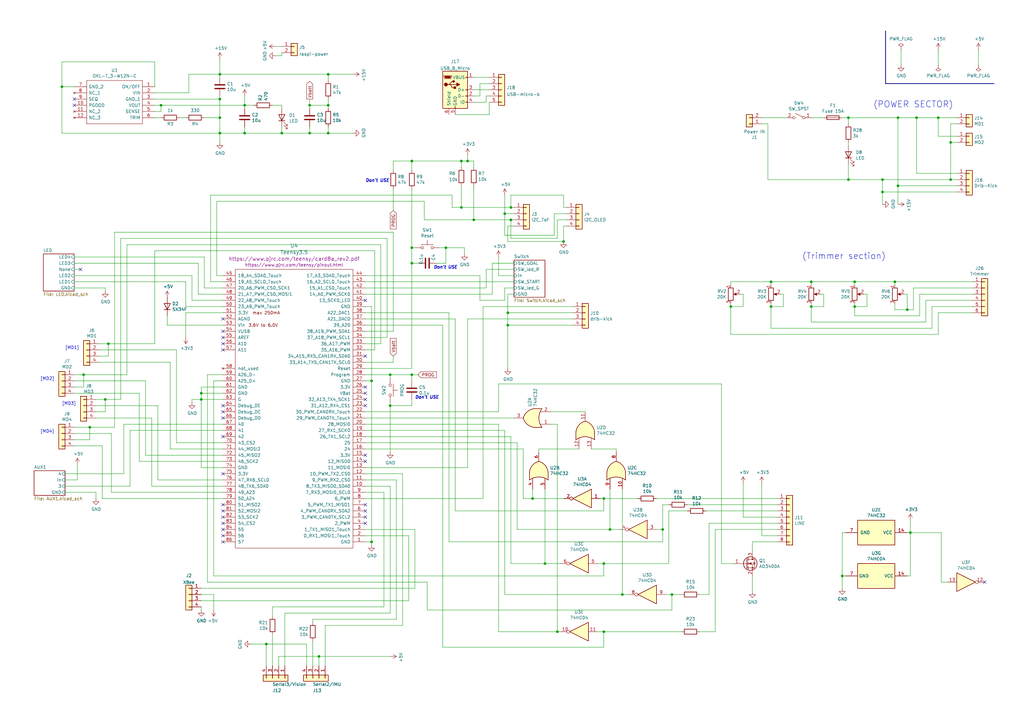
<source format=kicad_sch>
(kicad_sch (version 20211123) (generator eeschema)
  (paper "A3")
  (title_block (title "main board") (date "2022-01-02") (rev "V2.1") (company "Saeki.A"))
  (junction (at 90.17 40.64))
  (junction (at 332.74 125.73))
  (junction (at 43.18 163.83))
  (junction (at 228.6 259.08))
  (junction (at 384.81 48.26))
  (junction (at 271.78 217.17))
  (junction (at 372.11 127))
  (junction (at 209.55 90.17))
  (junction (at 361.95 78.74))
  (junction (at 250.19 217.17))
  (junction (at 209.55 85.09))
  (junction (at 168.91 107.95))
  (junction (at 82.55 161.29))
  (junction (at 82.55 163.83))
  (junction (at 168.91 66.04))
  (junction (at 66.04 43.18))
  (junction (at 275.59 243.84))
  (junction (at 247.65 259.08))
  (junction (at 247.65 231.14))
  (junction (at 368.3 76.2))
  (junction (at 134.62 54.61))
  (junction (at 299.72 125.73))
  (junction (at 134.62 43.18))
  (junction (at 134.62 30.48))
  (junction (at 152.4 222.25))
  (junction (at 191.77 66.04))
  (junction (at 375.92 48.26))
  (junction (at 389.89 58.42))
  (junction (at 208.28 133.35))
  (junction (at 332.74 115.57))
  (junction (at 361.95 73.66))
  (junction (at 207.01 87.63))
  (junction (at 115.57 54.61))
  (junction (at 208.28 128.27))
  (junction (at 100.33 54.61))
  (junction (at 255.27 243.84))
  (junction (at 218.44 204.47))
  (junction (at 345.44 236.22))
  (junction (at 373.38 218.44))
  (junction (at 368.3 48.26))
  (junction (at 316.23 115.57))
  (junction (at 130.81 269.24))
  (junction (at 247.65 204.47))
  (junction (at 231.14 99.06))
  (junction (at 168.91 153.67))
  (junction (at 223.52 231.14))
  (junction (at 160.02 153.67))
  (junction (at 34.29 153.67))
  (junction (at 109.22 264.16))
  (junction (at 44.45 140.97))
  (junction (at 168.91 101.6))
  (junction (at 100.33 43.18))
  (junction (at 367.03 115.57))
  (junction (at 189.23 66.04))
  (junction (at 90.17 30.48))
  (junction (at 350.52 115.57))
  (junction (at 189.23 85.09))
  (junction (at 194.31 90.17))
  (junction (at 152.4 156.21))
  (junction (at 389.89 73.66))
  (junction (at 127 54.61))
  (junction (at 160.02 166.37))
  (junction (at 90.17 54.61))
  (junction (at 316.23 125.73))
  (junction (at 347.98 73.66))
  (junction (at 25.4 35.56))
  (junction (at 350.52 125.73))
  (junction (at 347.98 48.26))
  (junction (at 90.17 48.26))
  (junction (at 36.83 175.26))
  (junction (at 182.88 101.6))
  (junction (at 127 43.18))
  (no_connect (at 30.48 40.64))
  (no_connect (at 149.86 158.75))
  (no_connect (at 91.44 212.09))
  (no_connect (at 91.44 166.37))
  (no_connect (at 91.44 140.97))
  (no_connect (at 91.44 209.55))
  (no_connect (at 403.86 238.76))
  (no_connect (at 149.86 207.01))
  (no_connect (at 149.86 163.83))
  (no_connect (at 91.44 171.45))
  (no_connect (at 91.44 214.63))
  (no_connect (at 149.86 123.19))
  (no_connect (at 91.44 222.25))
  (no_connect (at 149.86 166.37))
  (no_connect (at 91.44 207.01))
  (no_connect (at 91.44 138.43))
  (no_connect (at 91.44 130.81))
  (no_connect (at 149.86 161.29))
  (no_connect (at 149.86 146.05))
  (no_connect (at 33.02 110.49))
  (no_connect (at 149.86 186.69))
  (no_connect (at 91.44 217.17))
  (no_connect (at 149.86 189.23))
  (no_connect (at 91.44 168.91))
  (no_connect (at 91.44 135.89))
  (no_connect (at 149.86 212.09))
  (no_connect (at 149.86 214.63))
  (no_connect (at 91.44 179.07))
  (no_connect (at 91.44 194.31))
  (no_connect (at 91.44 143.51))
  (no_connect (at 91.44 219.71))
  (no_connect (at 30.48 43.18))
  (no_connect (at 149.86 209.55))
  (wire (pts (xy 254 217.17) (xy 250.19 217.17)))
  (wire (pts (xy 189.23 68.58) (xy 189.23 66.04)))
  (wire (pts (xy 25.4 35.56) (xy 25.4 54.61)))
  (wire (pts (xy 209.55 97.79) (xy 228.6 97.79)))
  (wire (pts (xy 149.86 115.57) (xy 210.82 115.57)))
  (wire (pts (xy 88.9 113.03) (xy 91.44 113.03)))
  (wire (pts (xy 30.48 115.57) (xy 76.2 115.57)))
  (wire (pts (xy 312.42 198.12) (xy 312.42 219.71)))
  (wire (pts (xy 90.17 24.13) (xy 90.17 30.48)))
  (wire (pts (xy 196.85 34.29) (xy 200.66 34.29)))
  (wire (pts (xy 398.78 118.11) (xy 374.65 118.11)))
  (wire (pts (xy 63.5 48.26) (xy 66.04 48.26)))
  (wire (pts (xy 43.18 163.83) (xy 49.53 163.83)))
  (wire (pts (xy 228.6 259.08) (xy 229.87 259.08)))
  (wire (pts (xy 242.57 184.15) (xy 252.73 184.15)))
  (wire (pts (xy 185.42 80.01) (xy 185.42 85.09)))
  (wire (pts (xy 355.6 120.65) (xy 355.6 125.73)))
  (wire (pts (xy 274.32 209.55) (xy 281.94 209.55)))
  (wire (pts (xy 81.28 107.95) (xy 81.28 120.65)))
  (wire (pts (xy 227.33 87.63) (xy 232.41 87.63)))
  (wire (pts (xy 161.29 95.25) (xy 161.29 135.89)))
  (wire (pts (xy 189.23 66.04) (xy 191.77 66.04)))
  (wire (pts (xy 82.55 163.83) (xy 78.74 163.83)))
  (wire (pts (xy 220.98 184.15) (xy 220.98 185.42)))
  (wire (pts (xy 312.42 50.8) (xy 314.96 50.8)))
  (wire (pts (xy 274.32 209.55) (xy 274.32 231.14)))
  (wire (pts (xy 207.01 118.11) (xy 210.82 118.11)))
  (wire (pts (xy 109.22 273.05) (xy 109.22 264.16)))
  (wire (pts (xy 134.62 30.48) (xy 144.78 30.48)))
  (wire (pts (xy 209.55 231.14) (xy 223.52 231.14)))
  (wire (pts (xy 149.86 181.61) (xy 212.09 181.61)))
  (wire (pts (xy 170.18 217.17) (xy 170.18 241.3)))
  (wire (pts (xy 40.64 140.97) (xy 44.45 140.97)))
  (wire (pts (xy 372.11 218.44) (xy 373.38 218.44)))
  (wire (pts (xy 53.34 176.53) (xy 53.34 199.39)))
  (wire (pts (xy 149.86 179.07) (xy 209.55 179.07)))
  (wire (pts (xy 321.31 120.65) (xy 321.31 125.73)))
  (wire (pts (xy 57.15 189.23) (xy 91.44 189.23)))
  (wire (pts (xy 347.98 73.66) (xy 361.95 73.66)))
  (wire (pts (xy 208.28 128.27) (xy 234.95 128.27)))
  (wire (pts (xy 78.74 163.83) (xy 78.74 165.1)))
  (wire (pts (xy 87.63 243.84) (xy 87.63 250.19)))
  (wire (pts (xy 160.02 251.46) (xy 160.02 199.39)))
  (wire (pts (xy 196.85 113.03) (xy 196.85 123.19)))
  (wire (pts (xy 43.18 163.83) (xy 43.18 168.91)))
  (wire (pts (xy 198.12 204.47) (xy 198.12 125.73)))
  (wire (pts (xy 30.48 156.21) (xy 59.69 156.21)))
  (wire (pts (xy 182.88 107.95) (xy 182.88 101.6)))
  (wire (pts (xy 207.01 123.19) (xy 207.01 118.11)))
  (wire (pts (xy 377.19 120.65) (xy 377.19 129.54)))
  (wire (pts (xy 149.86 168.91) (xy 204.47 168.91)))
  (wire (pts (xy 168.91 166.37) (xy 160.02 166.37)))
  (wire (pts (xy 212.09 181.61) (xy 212.09 217.17)))
  (wire (pts (xy 165.1 256.54) (xy 165.1 194.31)))
  (wire (pts (xy 160.02 153.67) (xy 168.91 153.67)))
  (wire (pts (xy 184.15 222.25) (xy 271.78 222.25)))
  (wire (pts (xy 346.71 236.22) (xy 345.44 236.22)))
  (wire (pts (xy 382.27 125.73) (xy 382.27 134.62)))
  (wire (pts (xy 86.36 115.57) (xy 91.44 115.57)))
  (wire (pts (xy 304.8 125.73) (xy 299.72 125.73)))
  (wire (pts (xy 82.55 191.77) (xy 91.44 191.77)))
  (wire (pts (xy 368.3 83.82) (xy 368.3 76.2)))
  (wire (pts (xy 207.01 96.52) (xy 227.33 96.52)))
  (wire (pts (xy 350.52 129.54) (xy 350.52 125.73)))
  (wire (pts (xy 91.44 128.27) (xy 76.2 128.27)))
  (wire (pts (xy 375.92 48.26) (xy 384.81 48.26)))
  (wire (pts (xy 168.91 153.67) (xy 168.91 156.21)))
  (wire (pts (xy 49.53 97.79) (xy 158.75 97.79)))
  (wire (pts (xy 26.67 196.85) (xy 31.75 196.85)))
  (wire (pts (xy 152.4 156.21) (xy 152.4 125.73)))
  (wire (pts (xy 368.3 48.26) (xy 375.92 48.26)))
  (wire (pts (xy 347.98 58.42) (xy 347.98 59.69)))
  (wire (pts (xy 149.86 118.11) (xy 199.39 118.11)))
  (wire (pts (xy 30.48 107.95) (xy 81.28 107.95)))
  (wire (pts (xy 345.44 236.22) (xy 345.44 241.3)))
  (wire (pts (xy 204.47 113.03) (xy 204.47 105.41)))
  (wire (pts (xy 182.88 101.6) (xy 190.5 101.6)))
  (wire (pts (xy 386.08 238.76) (xy 388.62 238.76)))
  (wire (pts (xy 250.19 200.66) (xy 250.19 217.17)))
  (wire (pts (xy 204.47 157.48) (xy 295.91 157.48)))
  (wire (pts (xy 314.96 50.8) (xy 314.96 73.66)))
  (wire (pts (xy 210.82 120.65) (xy 208.28 120.65)))
  (wire (pts (xy 389.89 73.66) (xy 392.43 73.66)))
  (wire (pts (xy 134.62 52.07) (xy 134.62 54.61)))
  (wire (pts (xy 90.17 48.26) (xy 90.17 54.61)))
  (wire (pts (xy 208.28 128.27) (xy 208.28 133.35)))
  (wire (pts (xy 134.62 30.48) (xy 134.62 33.02)))
  (wire (pts (xy 189.23 85.09) (xy 209.55 85.09)))
  (wire (pts (xy 90.17 54.61) (xy 100.33 54.61)))
  (wire (pts (xy 304.8 198.12) (xy 304.8 212.09)))
  (wire (pts (xy 200.66 39.37) (xy 199.39 39.37)))
  (wire (pts (xy 214.63 184.15) (xy 214.63 204.47)))
  (wire (pts (xy 186.69 209.55) (xy 247.65 209.55)))
  (wire (pts (xy 347.98 48.26) (xy 368.3 48.26)))
  (wire (pts (xy 40.64 146.05) (xy 44.45 146.05)))
  (wire (pts (xy 68.58 129.54) (xy 68.58 133.35)))
  (wire (pts (xy 63.5 102.87) (xy 63.5 140.97)))
  (wire (pts (xy 30.48 113.03) (xy 78.74 113.03)))
  (wire (pts (xy 191.77 63.5) (xy 191.77 66.04)))
  (wire (pts (xy 116.84 273.05) (xy 116.84 251.46)))
  (wire (pts (xy 173.99 90.17) (xy 194.31 90.17)))
  (wire (pts (xy 361.95 78.74) (xy 392.43 78.74)))
  (wire (pts (xy 30.48 175.26) (xy 36.83 175.26)))
  (wire (pts (xy 115.57 21.59) (xy 115.57 22.86)))
  (wire (pts (xy 247.65 265.43) (xy 247.65 259.08)))
  (wire (pts (xy 127 44.45) (xy 127 43.18)))
  (wire (pts (xy 184.15 128.27) (xy 184.15 222.25)))
  (wire (pts (xy 30.48 180.34) (xy 36.83 180.34)))
  (wire (pts (xy 87.63 236.22) (xy 247.65 236.22)))
  (wire (pts (xy 209.55 179.07) (xy 209.55 231.14)))
  (wire (pts (xy 44.45 140.97) (xy 44.45 146.05)))
  (wire (pts (xy 134.62 54.61) (xy 144.78 54.61)))
  (wire (pts (xy 91.44 161.29) (xy 82.55 161.29)))
  (wire (pts (xy 204.47 168.91) (xy 204.47 157.48)))
  (wire (pts (xy 111.76 43.18) (xy 115.57 43.18)))
  (wire (pts (xy 30.48 158.75) (xy 34.29 158.75)))
  (wire (pts (xy 382.27 134.62) (xy 316.23 134.62)))
  (wire (pts (xy 209.55 85.09) (xy 210.82 85.09)))
  (wire (pts (xy 72.39 143.51) (xy 72.39 181.61)))
  (wire (pts (xy 367.03 115.57) (xy 367.03 116.84)))
  (wire (pts (xy 332.74 115.57) (xy 332.74 116.84)))
  (wire (pts (xy 68.58 133.35) (xy 91.44 133.35)))
  (wire (pts (xy 299.72 125.73) (xy 299.72 124.46)))
  (wire (pts (xy 90.17 39.37) (xy 90.17 40.64)))
  (wire (pts (xy 204.47 259.08) (xy 228.6 259.08)))
  (wire (pts (xy 372.11 120.65) (xy 370.84 120.65)))
  (wire (pts (xy 194.31 76.2) (xy 194.31 90.17)))
  (wire (pts (xy 345.44 218.44) (xy 345.44 236.22)))
  (wire (pts (xy 73.66 48.26) (xy 76.2 48.26)))
  (wire (pts (xy 247.65 204.47) (xy 261.62 204.47)))
  (wire (pts (xy 78.74 123.19) (xy 91.44 123.19)))
  (wire (pts (xy 111.76 248.92) (xy 157.48 248.92)))
  (wire (pts (xy 316.23 115.57) (xy 332.74 115.57)))
  (wire (pts (xy 269.24 204.47) (xy 318.77 204.47)))
  (wire (pts (xy 299.72 137.16) (xy 384.81 137.16)))
  (wire (pts (xy 275.59 250.19) (xy 275.59 243.84)))
  (wire (pts (xy 245.11 231.14) (xy 247.65 231.14)))
  (wire (pts (xy 30.48 35.56) (xy 25.4 35.56)))
  (wire (pts (xy 293.37 217.17) (xy 293.37 259.08)))
  (wire (pts (xy 168.91 101.6) (xy 168.91 107.95)))
  (wire (pts (xy 367.03 115.57) (xy 398.78 115.57)))
  (wire (pts (xy 209.55 90.17) (xy 209.55 97.79)))
  (wire (pts (xy 156.21 140.97) (xy 149.86 140.97)))
  (wire (pts (xy 223.52 200.66) (xy 223.52 231.14)))
  (wire (pts (xy 30.48 161.29) (xy 57.15 161.29)))
  (wire (pts (xy 25.4 54.61) (xy 90.17 54.61)))
  (wire (pts (xy 255.27 200.66) (xy 255.27 243.84)))
  (wire (pts (xy 81.28 120.65) (xy 91.44 120.65)))
  (wire (pts (xy 314.96 73.66) (xy 347.98 73.66)))
  (wire (pts (xy 168.91 163.83) (xy 168.91 166.37)))
  (wire (pts (xy 50.8 173.99) (xy 50.8 194.31)))
  (wire (pts (xy 218.44 204.47) (xy 214.63 204.47)))
  (wire (pts (xy 175.26 238.76) (xy 175.26 250.19)))
  (wire (pts (xy 91.44 158.75) (xy 82.55 158.75)))
  (wire (pts (xy 332.74 132.08) (xy 332.74 125.73)))
  (wire (pts (xy 69.85 184.15) (xy 91.44 184.15)))
  (wire (pts (xy 52.07 100.33) (xy 156.21 100.33)))
  (wire (pts (xy 100.33 43.18) (xy 100.33 44.45)))
  (wire (pts (xy 200.66 41.91) (xy 200.66 46.99)))
  (wire (pts (xy 194.31 66.04) (xy 194.31 68.58)))
  (wire (pts (xy 127 54.61) (xy 134.62 54.61)))
  (wire (pts (xy 168.91 69.85) (xy 168.91 66.04)))
  (wire (pts (xy 318.77 214.63) (xy 290.83 214.63)))
  (wire (pts (xy 345.44 48.26) (xy 347.98 48.26)))
  (wire (pts (xy 39.37 163.83) (xy 43.18 163.83)))
  (wire (pts (xy 41.91 204.47) (xy 91.44 204.47)))
  (wire (pts (xy 209.55 80.01) (xy 231.14 80.01)))
  (wire (pts (xy 160.02 153.67) (xy 160.02 154.94)))
  (wire (pts (xy 386.08 218.44) (xy 386.08 238.76)))
  (wire (pts (xy 181.61 133.35) (xy 181.61 265.43)))
  (wire (pts (xy 162.56 254) (xy 162.56 196.85)))
  (wire (pts (xy 88.9 82.55) (xy 88.9 113.03)))
  (wire (pts (xy 30.48 118.11) (xy 43.18 118.11)))
  (wire (pts (xy 90.17 30.48) (xy 134.62 30.48)))
  (wire (pts (xy 368.3 76.2) (xy 392.43 76.2)))
  (bus (pts (xy 363.22 34.29) (xy 407.67 34.29)))
  (wire (pts (xy 59.69 156.21) (xy 59.69 186.69)))
  (wire (pts (xy 86.36 80.01) (xy 185.42 80.01)))
  (wire (pts (xy 91.44 153.67) (xy 85.09 153.67)))
  (wire (pts (xy 318.77 212.09) (xy 304.8 212.09)))
  (wire (pts (xy 350.52 125.73) (xy 350.52 124.46)))
  (wire (pts (xy 43.18 168.91) (xy 39.37 168.91)))
  (wire (pts (xy 384.81 20.32) (xy 384.81 26.67)))
  (wire (pts (xy 76.2 125.73) (xy 91.44 125.73)))
  (wire (pts (xy 82.55 246.38) (xy 167.64 246.38)))
  (wire (pts (xy 234.95 125.73) (xy 198.12 125.73)))
  (wire (pts (xy 231.14 85.09) (xy 232.41 85.09)))
  (wire (pts (xy 153.67 143.51) (xy 149.86 143.51)))
  (wire (pts (xy 290.83 243.84) (xy 287.02 243.84)))
  (wire (pts (xy 355.6 120.65) (xy 354.33 120.65)))
  (wire (pts (xy 91.44 173.99) (xy 50.8 173.99)))
  (wire (pts (xy 134.62 43.18) (xy 134.62 44.45)))
  (wire (pts (xy 115.57 43.18) (xy 115.57 44.45)))
  (wire (pts (xy 160.02 165.1) (xy 160.02 166.37)))
  (wire (pts (xy 30.48 110.49) (xy 33.02 110.49)))
  (wire (pts (xy 196.85 39.37) (xy 196.85 34.29)))
  (wire (pts (xy 207.01 243.84) (xy 255.27 243.84)))
  (wire (pts (xy 50.8 194.31) (xy 26.67 194.31)))
  (wire (pts (xy 63.5 40.64) (xy 90.17 40.64)))
  (wire (pts (xy 152.4 125.73) (xy 149.86 125.73)))
  (wire (pts (xy 39.37 166.37) (xy 64.77 166.37)))
  (wire (pts (xy 332.74 115.57) (xy 350.52 115.57)))
  (wire (pts (xy 384.81 128.27) (xy 384.81 137.16)))
  (wire (pts (xy 130.81 269.24) (xy 130.81 273.05)))
  (wire (pts (xy 168.91 66.04) (xy 189.23 66.04)))
  (wire (pts (xy 87.63 156.21) (xy 87.63 236.22)))
  (wire (pts (xy 149.86 217.17) (xy 170.18 217.17)))
  (wire (pts (xy 127 52.07) (xy 127 54.61)))
  (wire (pts (xy 91.44 156.21) (xy 87.63 156.21)))
  (wire (pts (xy 30.48 153.67) (xy 34.29 153.67)))
  (wire (pts (xy 346.71 218.44) (xy 345.44 218.44)))
  (wire (pts (xy 295.91 157.48) (xy 295.91 231.14)))
  (wire (pts (xy 173.99 90.17) (xy 173.99 82.55)))
  (wire (pts (xy 379.73 132.08) (xy 332.74 132.08)))
  (wire (pts (xy 199.39 110.49) (xy 210.82 110.49)))
  (wire (pts (xy 100.33 54.61) (xy 115.57 54.61)))
  (wire (pts (xy 185.42 85.09) (xy 189.23 85.09)))
  (wire (pts (xy 168.91 153.67) (xy 171.45 153.67)))
  (wire (pts (xy 196.85 123.19) (xy 207.01 123.19)))
  (wire (pts (xy 49.53 163.83) (xy 49.53 97.79)))
  (wire (pts (xy 149.86 204.47) (xy 198.12 204.47)))
  (wire (pts (xy 337.82 120.65) (xy 337.82 125.73)))
  (wire (pts (xy 173.99 82.55) (xy 88.9 82.55)))
  (wire (pts (xy 30.48 182.88) (xy 41.91 182.88)))
  (wire (pts (xy 76.2 115.57) (xy 76.2 125.73)))
  (wire (pts (xy 149.86 173.99) (xy 204.47 173.99)))
  (wire (pts (xy 86.36 80.01) (xy 86.36 115.57)))
  (wire (pts (xy 149.86 120.65) (xy 201.93 120.65)))
  (wire (pts (xy 250.19 217.17) (xy 212.09 217.17)))
  (wire (pts (xy 350.52 115.57) (xy 350.52 116.84)))
  (wire (pts (xy 165.1 194.31) (xy 149.86 194.31)))
  (wire (pts (xy 247.65 231.14) (xy 274.32 231.14)))
  (wire (pts (xy 161.29 69.85) (xy 161.29 66.04)))
  (wire (pts (xy 398.78 125.73) (xy 382.27 125.73)))
  (wire (pts (xy 204.47 173.99) (xy 204.47 259.08)))
  (wire (pts (xy 210.82 92.71) (xy 208.28 92.71)))
  (wire (pts (xy 231.14 99.06) (xy 231.14 92.71)))
  (wire (pts (xy 218.44 200.66) (xy 218.44 204.47)))
  (wire (pts (xy 100.33 39.37) (xy 100.33 43.18)))
  (wire (pts (xy 52.07 153.67) (xy 52.07 100.33)))
  (wire (pts (xy 299.72 115.57) (xy 316.23 115.57)))
  (wire (pts (xy 26.67 201.93) (xy 39.37 201.93)))
  (wire (pts (xy 149.86 156.21) (xy 152.4 156.21)))
  (wire (pts (xy 398.78 128.27) (xy 384.81 128.27)))
  (wire (pts (xy 82.55 158.75) (xy 82.55 161.29)))
  (wire (pts (xy 279.4 259.08) (xy 247.65 259.08)))
  (wire (pts (xy 209.55 90.17) (xy 210.82 90.17)))
  (wire (pts (xy 69.85 148.59) (xy 69.85 184.15)))
  (wire (pts (xy 316.23 125.73) (xy 316.23 124.46)))
  (wire (pts (xy 115.57 52.07) (xy 115.57 54.61)))
  (wire (pts (xy 77.47 30.48) (xy 90.17 30.48)))
  (wire (pts (xy 149.86 148.59) (xy 161.29 148.59)))
  (wire (pts (xy 45.72 201.93) (xy 91.44 201.93)))
  (wire (pts (xy 373.38 218.44) (xy 386.08 218.44)))
  (wire (pts (xy 269.24 217.17) (xy 271.78 217.17)))
  (wire (pts (xy 318.77 217.17) (xy 293.37 217.17)))
  (wire (pts (xy 226.06 168.91) (xy 240.03 168.91)))
  (wire (pts (xy 392.43 50.8) (xy 389.89 50.8)))
  (wire (pts (xy 66.04 43.18) (xy 100.33 43.18)))
  (wire (pts (xy 271.78 217.17) (xy 271.78 207.01)))
  (wire (pts (xy 200.66 46.99) (xy 186.69 46.99)))
  (wire (pts (xy 31.75 196.85) (xy 31.75 190.5)))
  (wire (pts (xy 375.92 71.12) (xy 392.43 71.12)))
  (wire (pts (xy 128.27 273.05) (xy 128.27 262.89)))
  (wire (pts (xy 63.5 45.72) (xy 66.04 45.72)))
  (wire (pts (xy 337.82 120.65) (xy 336.55 120.65)))
  (wire (pts (xy 316.23 115.57) (xy 316.23 116.84)))
  (wire (pts (xy 281.94 207.01) (xy 318.77 207.01)))
  (wire (pts (xy 168.91 107.95) (xy 168.91 151.13)))
  (wire (pts (xy 199.39 41.91) (xy 194.31 41.91)))
  (wire (pts (xy 246.38 204.47) (xy 247.65 204.47)))
  (wire (pts (xy 372.11 127) (xy 367.03 127)))
  (wire (pts (xy 63.5 43.18) (xy 66.04 43.18)))
  (wire (pts (xy 167.64 219.71) (xy 149.86 219.71)))
  (wire (pts (xy 227.33 87.63) (xy 227.33 96.52)))
  (wire (pts (xy 374.65 118.11) (xy 374.65 127)))
  (wire (pts (xy 279.4 243.84) (xy 275.59 243.84)))
  (wire (pts (xy 83.82 105.41) (xy 83.82 118.11)))
  (wire (pts (xy 168.91 101.6) (xy 170.18 101.6)))
  (wire (pts (xy 293.37 259.08) (xy 287.02 259.08)))
  (wire (pts (xy 201.93 120.65) (xy 201.93 107.95)))
  (wire (pts (xy 149.86 184.15) (xy 214.63 184.15)))
  (wire (pts (xy 36.83 175.26) (xy 46.99 175.26)))
  (wire (pts (xy 158.75 138.43) (xy 149.86 138.43)))
  (wire (pts (xy 62.23 171.45) (xy 62.23 199.39)))
  (wire (pts (xy 199.39 39.37) (xy 199.39 41.91)))
  (wire (pts (xy 46.99 175.26) (xy 46.99 95.25)))
  (wire (pts (xy 149.86 133.35) (xy 181.61 133.35)))
  (wire (pts (xy 361.95 73.66) (xy 389.89 73.66)))
  (wire (pts (xy 194.31 31.75) (xy 200.66 31.75)))
  (wire (pts (xy 115.57 19.05) (xy 113.03 19.05)))
  (wire (pts (xy 304.8 120.65) (xy 304.8 125.73)))
  (wire (pts (xy 207.01 80.01) (xy 207.01 87.63)))
  (wire (pts (xy 384.81 55.88) (xy 392.43 55.88)))
  (wire (pts (xy 161.29 148.59) (xy 161.29 146.05)))
  (wire (pts (xy 304.8 120.65) (xy 303.53 120.65)))
  (wire (pts (xy 231.14 204.47) (xy 218.44 204.47)))
  (wire (pts (xy 152.4 222.25) (xy 152.4 223.52)))
  (wire (pts (xy 40.64 143.51) (xy 72.39 143.51)))
  (wire (pts (xy 398.78 123.19) (xy 379.73 123.19)))
  (wire (pts (xy 85.09 238.76) (xy 175.26 238.76)))
  (wire (pts (xy 171.45 107.95) (xy 168.91 107.95)))
  (wire (pts (xy 149.86 128.27) (xy 184.15 128.27)))
  (wire (pts (xy 91.44 163.83) (xy 82.55 163.83)))
  (wire (pts (xy 34.29 158.75) (xy 34.29 153.67)))
  (wire (pts (xy 374.65 127) (xy 372.11 127)))
  (wire (pts (xy 158.75 97.79) (xy 158.75 138.43)))
  (wire (pts (xy 115.57 54.61) (xy 127 54.61)))
  (wire (pts (xy 398.78 120.65) (xy 377.19 120.65)))
  (wire (pts (xy 401.32 20.32) (xy 401.32 26.67)))
  (wire (pts (xy 208.28 99.06) (xy 231.14 99.06)))
  (wire (pts (xy 191.77 130.81) (xy 191.77 191.77)))
  (wire (pts (xy 168.91 66.04) (xy 161.29 66.04)))
  (wire (pts (xy 156.21 100.33) (xy 156.21 140.97)))
  (wire (pts (xy 82.55 250.19) (xy 82.55 248.92)))
  (wire (pts (xy 128.27 255.27) (xy 128.27 254)))
  (wire (pts (xy 194.31 39.37) (xy 196.85 39.37)))
  (wire (pts (xy 30.48 177.8) (xy 45.72 177.8)))
  (wire (pts (xy 389.89 58.42) (xy 389.89 73.66)))
  (wire (pts (xy 53.34 199.39) (xy 26.67 199.39)))
  (wire (pts (xy 30.48 105.41) (xy 83.82 105.41)))
  (wire (pts (xy 76.2 128.27) (xy 76.2 138.43)))
  (wire (pts (xy 64.77 166.37) (xy 64.77 196.85)))
  (wire (pts (xy 194.31 36.83) (xy 200.66 36.83)))
  (wire (pts (xy 153.67 102.87) (xy 153.67 143.51)))
  (wire (pts (xy 134.62 40.64) (xy 134.62 43.18)))
  (wire (pts (xy 229.87 231.14) (xy 223.52 231.14)))
  (wire (pts (xy 373.38 218.44) (xy 373.38 236.22)))
  (wire (pts (xy 82.55 163.83) (xy 82.55 191.77)))
  (wire (pts (xy 355.6 125.73) (xy 350.52 125.73)))
  (wire (pts (xy 64.77 196.85) (xy 91.44 196.85)))
  (wire (pts (xy 208.28 120.65) (xy 208.28 128.27)))
  (wire (pts (xy 347.98 48.26) (xy 347.98 50.8)))
  (wire (pts (xy 25.4 25.4) (xy 25.4 35.56)))
  (wire (pts (xy 255.27 243.84) (xy 257.81 243.84)))
  (wire (pts (xy 161.29 77.47) (xy 161.29 86.36)))
  (wire (pts (xy 162.56 196.85) (xy 149.86 196.85)))
  (wire (pts (xy 368.3 76.2) (xy 368.3 48.26)))
  (wire (pts (xy 152.4 222.25) (xy 152.4 156.21)))
  (wire (pts (xy 63.5 102.87) (xy 153.67 102.87)))
  (wire (pts (xy 208.28 92.71) (xy 208.28 99.06)))
  (wire (pts (xy 295.91 231.14) (xy 300.99 231.14)))
  (wire (pts (xy 46.99 95.25) (xy 161.29 95.25)))
  (wire (pts (xy 179.07 107.95) (xy 182.88 107.95)))
  (wire (pts (xy 228.6 173.99) (xy 228.6 259.08)))
  (wire (pts (xy 39.37 201.93) (xy 39.37 204.47)))
  (wire (pts (xy 45.72 177.8) (xy 45.72 201.93)))
  (wire (pts (xy 379.73 123.19) (xy 379.73 132.08)))
  (wire (pts (xy 100.33 52.07) (xy 100.33 54.61)))
  (wire (pts (xy 312.42 48.26) (xy 322.58 48.26)))
  (bus (pts (xy 363.22 12.7) (xy 363.22 34.29)))
  (wire (pts (xy 90.17 54.61) (xy 90.17 58.42)))
  (wire (pts (xy 209.55 85.09) (xy 209.55 80.01)))
  (wire (pts (xy 85.09 153.67) (xy 85.09 238.76)))
  (wire (pts (xy 149.86 113.03) (xy 196.85 113.03)))
  (wire (pts (xy 201.93 107.95) (xy 210.82 107.95)))
  (wire (pts (xy 157.48 201.93) (xy 149.86 201.93)))
  (wire (pts (xy 34.29 153.67) (xy 52.07 153.67)))
  (wire (pts (xy 127 43.18) (xy 134.62 43.18)))
  (wire (pts (xy 66.04 45.72) (xy 66.04 43.18)))
  (wire (pts (xy 384.81 48.26) (xy 384.81 55.88)))
  (wire (pts (xy 125.73 273.05) (xy 125.73 264.16)))
  (wire (pts (xy 130.81 269.24) (xy 114.3 269.24)))
  (wire (pts (xy 39.37 171.45) (xy 62.23 171.45)))
  (wire (pts (xy 62.23 199.39) (xy 91.44 199.39)))
  (wire (pts (xy 207.01 176.53) (xy 207.01 243.84)))
  (wire (pts (xy 114.3 269.24) (xy 114.3 273.05)))
  (wire (pts (xy 109.22 264.16) (xy 102.87 264.16)))
  (wire (pts (xy 175.26 250.19) (xy 275.59 250.19)))
  (wire (pts (xy 160.02 199.39) (xy 149.86 199.39)))
  (wire (pts (xy 40.64 148.59) (xy 69.85 148.59)))
  (wire (pts (xy 210.82 113.03) (xy 204.47 113.03)))
  (wire (pts (xy 125.73 264.16) (xy 109.22 264.16)))
  (wire (pts (xy 289.56 209.55) (xy 318.77 209.55)))
  (wire (pts (xy 57.15 161.29) (xy 57.15 189.23)))
  (wire (pts (xy 252.73 184.15) (xy 252.73 185.42)))
  (wire (pts (xy 226.06 173.99) (xy 228.6 173.99)))
  (wire (pts (xy 189.23 76.2) (xy 189.23 85.09)))
  (wire (pts (xy 82.55 161.29) (xy 82.55 163.83)))
  (wire (pts (xy 332.74 48.26) (xy 337.82 48.26)))
  (wire (pts (xy 83.82 118.11) (xy 91.44 118.11)))
  (wire (pts (xy 247.65 259.08) (xy 245.11 259.08)))
  (wire (pts (xy 111.76 260.35) (xy 111.76 273.05)))
  (wire (pts (xy 116.84 251.46) (xy 160.02 251.46)))
  (wire (pts (xy 180.34 101.6) (xy 182.88 101.6)))
  (wire (pts (xy 271.78 207.01) (xy 274.32 207.01)))
  (wire (pts (xy 43.18 118.11) (xy 43.18 119.38)))
  (wire (pts (xy 275.59 243.84) (xy 273.05 243.84)))
  (wire (pts (xy 377.19 129.54) (xy 350.52 129.54)))
  (wire (pts (xy 111.76 248.92) (xy 111.76 252.73)))
  (wire (pts (xy 290.83 214.63) (xy 290.83 243.84)))
  (wire (pts (xy 369.57 20.32) (xy 369.57 26.67)))
  (wire (pts (xy 207.01 87.63) (xy 207.01 96.52)))
  (wire (pts (xy 59.69 186.69) (xy 91.44 186.69)))
  (wire (pts (xy 82.55 243.84) (xy 87.63 243.84)))
  (wire (pts (xy 299.72 137.16) (xy 299.72 125.73)))
  (wire (pts (xy 149.86 171.45) (xy 210.82 171.45)))
  (wire (pts (xy 375.92 48.26) (xy 375.92 71.12)))
  (wire (pts (xy 186.69 130.81) (xy 186.69 209.55)))
  (wire (pts (xy 321.31 120.65) (xy 320.04 120.65)))
  (wire (pts (xy 308.61 222.25) (xy 308.61 226.06)))
  (wire (pts (xy 228.6 90.17) (xy 232.41 90.17)))
  (wire (pts (xy 83.82 48.26) (xy 90.17 48.26)))
  (wire (pts (xy 194.31 90.17) (xy 209.55 90.17)))
  (wire (pts (xy 299.72 115.57) (xy 299.72 116.84)))
  (wire (pts (xy 332.74 125.73) (xy 332.74 124.46)))
  (wire (pts (xy 149.86 153.67) (xy 160.02 153.67)))
  (wire (pts (xy 63.5 35.56) (xy 63.5 25.4)))
  (wire (pts (xy 63.5 25.4) (xy 25.4 25.4)))
  (wire (pts (xy 127 40.64) (xy 127 43.18)))
  (wire (pts (xy 72.39 181.61) (xy 91.44 181.61)))
  (wire (pts (xy 347.98 67.31) (xy 347.98 73.66)))
  (wire (pts (xy 115.57 22.86) (xy 113.03 22.86)))
  (wire (pts (xy 130.81 269.24) (xy 160.02 269.24)))
  (wire (pts (xy 191.77 66.04) (xy 194.31 66.04)))
  (wire (pts (xy 373.38 218.44) (xy 373.38 213.36)))
  (wire (pts (xy 128.27 254) (xy 162.56 254)))
  (wire (pts (xy 389.89 50.8) (xy 389.89 58.42)))
  (wire (pts (xy 190.5 101.6) (xy 190.5 104.14)))
  (wire (pts (xy 308.61 222.25) (xy 318.77 222.25)))
  (wire (pts (xy 384.81 48.26) (xy 392.43 48.26)))
  (wire (pts (xy 247.65 209.55) (xy 247.65 204.47)))
  (wire (pts (xy 207.01 87.63) (xy 210.82 87.63)))
  (wire (pts (xy 372.11 120.65) (xy 372.11 127)))
  (wire (pts (xy 208.28 133.35) (xy 208.28 151.13)))
  (wire (pts (xy 350.52 115.57) (xy 367.03 115.57)))
  (wire (pts (xy 231.14 80.01) (xy 231.14 85.09)))
  (wire (pts (xy 208.28 133.35) (xy 234.95 133.35)))
  (wire (pts (xy 160.02 166.37) (xy 160.02 185.42)))
  (wire (pts (xy 373.38 236.22) (xy 372.11 236.22)))
  (wire (pts (xy 63.5 38.1) (xy 77.47 38.1)))
  (wire (pts (xy 308.61 236.22) (xy 308.61 242.57)))
  (wire (pts (xy 149.86 176.53) (xy 207.01 176.53)))
  (wire (pts (xy 337.82 125.73) (xy 332.74 125.73)))
  (wire (pts (xy 149.86 222.25) (xy 152.4 222.25)))
  (wire (pts (xy 36.83 180.34) (xy 36.83 175.26)))
  (wire (pts (xy 167.64 219.71) (xy 167.64 246.38)))
  (wire (pts (xy 133.35 256.54) (xy 165.1 256.54)))
  (wire (pts (xy 312.42 219.71) (xy 318.77 219.71)))
  (wire (pts (xy 361.95 78.74) (xy 361.95 73.66)))
  (wire (pts (xy 168.91 151.13) (xy 149.86 151.13)))
  (wire (pts (xy 228.6 90.17) (xy 228.6 97.79)))
  (wire (pts (xy 41.91 182.88) (xy 41.91 204.47)))
  (wire (pts (xy 133.35 256.54) (xy 133.35 273.05)))
  (wire (pts (xy 82.55 241.3) (xy 170.18 241.3)))
  (wire (pts (xy 91.44 176.53) (xy 53.34 176.53)))
  (wire (pts (xy 161.29 135.89) (xy 149.86 135.89)))
  (wire (pts (xy 237.49 184.15) (xy 220.98 184.15)))
  (wire (pts (xy 389.89 58.42) (xy 392.43 58.42)))
  (wire (pts (xy 231.14 92.71) (xy 232.41 92.71)))
  (wire (pts (xy 90.17 40.64) (xy 90.17 48.26)))
  (wire (pts (xy 316.23 134.62) (xy 316.23 125.73)))
  (wire (pts (xy 247.65 236.22) (xy 247.65 231.14)))
  (wire (pts (xy 100.33 43.18) (xy 104.14 43.18)))
  (wire (pts (xy 157.48 248.92) (xy 157.48 201.93)))
  (wire (pts (xy 63.5 140.97) (xy 44.45 140.97)))
  (wire (pts (xy 199.39 118.11) (xy 199.39 110.49)))
  (wire (pts (xy 321.31 125.73) (xy 316.23 125.73)))
  (wire (pts (xy 271.78 222.25) (xy 271.78 217.17)))
  (wire (pts (xy 361.95 83.82) (xy 361.95 78.74)))
  (wire (pts (xy 234.95 130.81) (xy 191.77 130.81)))
  (wire (pts (xy 149.86 130.81) (xy 186.69 130.81)))
  (wire (pts (xy 90.17 31.75) (xy 90.17 30.48)))
  (wire (pts (xy 77.47 30.48) (xy 77.47 38.1)))
  (wire (pts (xy 181.61 265.43) (xy 247.65 265.43)))
  (wire (pts (xy 367.03 127) (xy 367.03 124.46)))
  (wire (pts (xy 168.91 77.47) (xy 168.91 101.6)))
  (wire (pts (xy 78.74 113.03) (xy 78.74 123.19)))
  (wire (pts (xy 191.77 191.77) (xy 149.86 191.77)))
  (text "(POWER SECTOR)" (at 358.14 44.45 0) (effects (font (size 2.54 2.54)) (justify left bottom)))
  (text "(Trimmer section)" (at 328.93 106.68 0) (effects (font (size 2.54 2.54)) (justify left bottom)))
  (text "Don't USE" (at 170.18 163.83 0) (effects (font (size 1.27 1.27) (thickness 0.254) bold italic) (justify left bottom)))
  (text "[MD3]" (at 25.4 166.37 0) (effects (font (size 1.27 1.27)) (justify left bottom)))
  (text "[MD2]" (at 16.51 156.21 0) (effects (font (size 1.27 1.27)) (justify left bottom)))
  (text "Don't USE" (at 177.8 110.49 0) (effects (font (size 1.27 1.27) (thickness 0.254) bold italic) (justify left bottom)))
  (text "[MD1]" (at 26.67 143.51 0) (effects (font (size 1.27 1.27)) (justify left bottom)))
  (text "Don't USE" (at 149.86 74.93 0) (effects (font (size 1.27 1.27) (thickness 0.254) bold italic) (justify left bottom)))
  (text "[MD4]" (at 16.51 177.8 0) (effects (font (size 1.27 1.27)) (justify left bottom)))
  (global_label "Vbatt" (shape input) (at 161.29 146.05 90) (property "Intersheet References" "${INTERSHEET_REFS}" (effects hide)))
  (global_label "PROG" (shape input) (at 161.29 86.36 270) (property "Intersheet References" "${INTERSHEET_REFS}" (effects hide)))
  (global_label "PROG" (shape input) (at 171.45 153.67 0) (property "Intersheet References" "${INTERSHEET_REFS}" (effects hide)))
  (global_label "Vbatt" (shape output) (at 127 40.64 90) (property "Intersheet References" "${INTERSHEET_REFS}" (effects hide)))
  (symbol (lib_id "0.main.mega:C") (at 90.17 35.56 0) (unit 1)
    (property "Reference" "C1" (at 93.091 34.3916 0) (effects (justify left)))
    (property "Value" "10u" (at 93.091 36.703 0) (effects (justify left)))
    (property "Footprint" "Capacitor_SMD:C_0603_1608Metric_Pad1.08x0.95mm_HandSolder" (effects hide))
  )
  (symbol (lib_id "0.main.mega:C") (at 100.33 48.26 0) (unit 1)
    (property "Reference" "C2" (at 103.251 47.0916 0) (effects (justify left)))
    (property "Value" "10u" (at 103.251 49.403 0) (effects (justify left)))
    (property "Footprint" "Capacitor_SMD:C_0603_1608Metric_Pad1.08x0.95mm_HandSolder" (effects hide))
  )
  (symbol (lib_id "0.main.mega:OKL-T_6-W12N-C") (at 63.5 35.56 0) (mirror y) (unit 1)
    (property "Reference" "U1" (at 46.99 28.829 0))
    (property "Value" "OKL-T_3-W12N-C" (at 46.99 31.1404 0))
    (property "Footprint" "0.main.robot:OKL-T3-W12N-C" (effects hide))
    (property "Description" "MURATA POWER SOLUTIONS - OKL-T/6-W12N-C - DC/DC CONVERTER, 30W, ADJ OUTPUT" (effects hide))
    (property "Manufacturer_Name" "Murata Electronics" (effects hide))
    (property "Manufacturer_Part_Number" "OKL-T/6-W12N-C" (effects hide))
    (property "Mouser Part Number" "580-OKL-T/6-W12N-C" (effects hide))
    (property "Mouser Price/Stock" "https://www.mouser.com/Search/Refine.aspx?Keyword=580-OKL-T%2F6-W12N-C" (effects hide))
    (property "RS Part Number" "1736944P" (effects hide))
    (property "RS Price/Stock" "http://uk.rs-online.com/web/p/products/1736944P" (effects hide))
  )
  (symbol (lib_id "power:+5V") (at 304.8 198.12 0) (unit 1)
    (property "Reference" "#PWR021" (effects hide))
    (property "Value" "+5V" (at 305.181 193.7258 0))
  )
  (symbol (lib_id "power:GND") (at 308.61 242.57 0) (unit 1)
    (property "Reference" "#PWR027" (effects hide))
    (property "Value" "GND" (at 308.737 246.9642 0))
  )
  (symbol (lib_id "0.main.mega:Conn_01x04") (at 215.9 87.63 0) (unit 1)
    (property "Reference" "J3" (at 217.932 87.8332 0) (effects (justify left)))
    (property "Value" "I2C_ToF" (at 217.932 90.1446 0) (effects (justify left)))
    (property "Footprint" "0.main.robot:JSTB4B-ZR" (effects hide))
  )
  (symbol (lib_id "0.main.mega:R") (at 189.23 72.39 0) (unit 1)
    (property "Reference" "R6" (at 184.15 71.12 0) (effects (justify left)))
    (property "Value" "10k" (at 184.15 73.66 0) (effects (justify left)))
    (property "Footprint" "Resistor_SMD:R_0603_1608Metric_Pad0.98x0.95mm_HandSolder" (effects hide))
  )
  (symbol (lib_id "0.main.mega:R") (at 194.31 72.39 0) (unit 1)
    (property "Reference" "R7" (at 196.088 71.2216 0) (effects (justify left)))
    (property "Value" "10k" (at 196.088 73.533 0) (effects (justify left)))
    (property "Footprint" "Resistor_SMD:R_0603_1608Metric_Pad0.98x0.95mm_HandSolder" (effects hide))
  )
  (symbol (lib_id "power:GND") (at 102.87 264.16 270) (unit 1)
    (property "Reference" "#PWR029" (effects hide))
    (property "Value" "GND" (at 98.4758 264.287 0))
  )
  (symbol (lib_id "power:GND") (at 345.44 241.3 0) (unit 1)
    (property "Reference" "#PWR016" (effects hide))
    (property "Value" "GND" (at 345.567 245.6942 0))
  )
  (symbol (lib_id "Diode:1N4001") (at 68.58 125.73 90) (unit 1)
    (property "Reference" "D2" (at 70.5866 124.5616 90) (effects (justify right)))
    (property "Value" "SX34F" (at 70.5866 126.873 90) (effects (justify right)))
    (property "Footprint" "Diode_SMD:D_SMA" (effects hide))
    (property "Datasheet" "http://www.vishay.com/docs/88503/1n4001.pdf" (effects hide))
  )
  (symbol (lib_id "power:+5V") (at 68.58 121.92 0) (unit 1)
    (property "Reference" "#PWR014" (effects hide))
    (property "Value" "+5V" (at 68.961 117.5258 0))
  )
  (symbol (lib_id "0.main.mega:R") (at 69.85 48.26 270) (unit 1)
    (property "Reference" "R3" (at 69.85 50.8 90))
    (property "Value" "1k" (at 69.85 45.3136 90))
    (property "Footprint" "Resistor_THT:R_Axial_DIN0204_L3.6mm_D1.6mm_P5.08mm_Horizontal" (effects hide))
  )
  (symbol (lib_id "0.main.mega:R") (at 80.01 48.26 270) (unit 1)
    (property "Reference" "R4" (at 80.01 50.8 90))
    (property "Value" "330" (at 80.01 45.3136 90))
    (property "Footprint" "Resistor_THT:R_Axial_DIN0204_L3.6mm_D1.6mm_P5.08mm_Horizontal" (effects hide))
  )
  (symbol (lib_id "power:GND") (at 90.17 58.42 0) (unit 1)
    (property "Reference" "#PWR04" (effects hide))
    (property "Value" "GND" (at 90.297 62.8142 0))
  )
  (symbol (lib_id "0.main.mega:R") (at 107.95 43.18 90) (unit 1)
    (property "Reference" "R2" (at 106.7816 41.402 0) (effects (justify left)))
    (property "Value" "470" (at 109.093 41.402 0) (effects (justify left)))
    (property "Footprint" "Resistor_SMD:R_0603_1608Metric_Pad0.98x0.95mm_HandSolder" (effects hide))
  )
  (symbol (lib_id "power:+5V") (at 100.33 39.37 0) (unit 1)
    (property "Reference" "#PWR02" (effects hide))
    (property "Value" "+5V" (at 100.711 34.9758 0))
  )
  (symbol (lib_id "0.main.mega:Conn_01x04") (at 130.81 278.13 270) (unit 1)
    (property "Reference" "J13" (at 128.27 283.21 90) (effects (justify left)))
    (property "Value" "Serial2/IMU" (at 128.27 280.67 90) (effects (justify left)))
    (property "Footprint" "Connector_PinSocket_2.54mm:PinSocket_1x04_P2.54mm_Vertical" (effects hide))
  )
  (symbol (lib_id "power:+5V") (at 207.01 80.01 0) (unit 1)
    (property "Reference" "#PWR05" (effects hide))
    (property "Value" "+5V" (at 207.391 75.6158 0))
  )
  (symbol (lib_id "0.main.mega:Conn_01x04") (at 114.3 278.13 270) (unit 1)
    (property "Reference" "J12" (at 111.76 283.21 90) (effects (justify left)))
    (property "Value" "Serial3/Vision" (at 111.76 280.67 90) (effects (justify left)))
    (property "Footprint" "0.main.robot:JSTB4B-ZR" (effects hide))
  )
  (symbol (lib_id "power:+5V") (at 401.32 20.32 0) (unit 1)
    (property "Reference" "#PWR08" (effects hide))
    (property "Value" "+5V" (at 401.701 15.9258 0))
  )
  (symbol (lib_id "power:GND") (at 369.57 26.67 0) (unit 1)
    (property "Reference" "#PWR09" (effects hide))
    (property "Value" "GND" (at 369.697 31.0642 0))
  )
  (symbol (lib_id "power:PWR_FLAG") (at 369.57 20.32 0) (unit 1)
    (property "Reference" "#FLG01" (effects hide))
    (property "Value" "PWR_FLAG" (at 369.57 15.9258 0))
  )
  (symbol (lib_id "power:PWR_FLAG") (at 401.32 26.67 180) (unit 1)
    (property "Reference" "#FLG03" (effects hide))
    (property "Value" "PWR_FLAG" (at 401.32 31.0642 0))
  )
  (symbol (lib_id "74xx:74LS32") (at 218.44 171.45 180) (unit 1)
    (property "Reference" "U2" (at 217.2716 166.878 90) (effects (justify right)))
    (property "Value" "74HC32" (at 219.583 166.878 90) (effects (justify right)))
    (property "Footprint" "0.main.robot:SOP14W" (effects hide))
    (property "Datasheet" "http://www.ti.com/lit/gpn/sn74LS32" (effects hide))
  )
  (symbol (lib_id "74xx:74LS32") (at 220.98 193.04 90) (unit 2)
    (property "Reference" "U2" (at 225.552 191.8716 90) (effects (justify right)))
    (property "Value" "74HC32" (at 225.552 194.183 90) (effects (justify right)))
    (property "Footprint" "0.main.robot:SOP14W" (effects hide))
    (property "Datasheet" "http://www.ti.com/lit/gpn/sn74LS32" (effects hide))
  )
  (symbol (lib_id "74xx:74LS32") (at 252.73 193.04 90) (unit 3)
    (property "Reference" "U2" (at 257.302 191.8716 90) (effects (justify right)))
    (property "Value" "74HC32" (at 257.302 194.183 90) (effects (justify right)))
    (property "Footprint" "0.main.robot:SOP14W" (effects hide))
    (property "Datasheet" "http://www.ti.com/lit/gpn/sn74LS32" (effects hide))
  )
  (symbol (lib_id "0.main.mega:R") (at 134.62 48.26 0) (unit 1)
    (property "Reference" "R5" (at 136.398 47.0916 0) (effects (justify left)))
    (property "Value" "10k" (at 136.398 49.403 0) (effects (justify left)))
    (property "Footprint" "Resistor_SMD:R_0603_1608Metric_Pad0.98x0.95mm_HandSolder" (effects hide))
  )
  (symbol (lib_id "0.main.mega:R") (at 134.62 36.83 0) (unit 1)
    (property "Reference" "R1" (at 136.398 35.6616 0) (effects (justify left)))
    (property "Value" "47k" (at 136.398 37.973 0) (effects (justify left)))
    (property "Footprint" "Resistor_SMD:R_0603_1608Metric_Pad0.98x0.95mm_HandSolder" (effects hide))
  )
  (symbol (lib_id "0.main.mega:C") (at 127 48.26 0) (unit 1)
    (property "Reference" "C3" (at 129.921 47.0916 0) (effects (justify left)))
    (property "Value" "10u" (at 129.921 49.403 0) (effects (justify left)))
    (property "Footprint" "Capacitor_SMD:C_0603_1608Metric_Pad1.08x0.95mm_HandSolder" (effects hide))
  )
  (symbol (lib_id "Device:Q_NMOS_GSD") (at 306.07 231.14 0) (unit 1)
    (property "Reference" "Q1" (at 311.3024 229.9716 0) (effects (justify left)))
    (property "Value" "AO3400A" (at 311.3024 232.283 0) (effects (justify left)))
    (property "Footprint" "Package_TO_SOT_SMD:SOT-23_Handsoldering" (effects hide))
  )
  (symbol (lib_id "0.main.mega:Conn_01x04") (at 237.49 87.63 0) (unit 1)
    (property "Reference" "J4" (at 239.522 87.8332 0) (effects (justify left)))
    (property "Value" "I2C_OLED" (at 239.522 90.1446 0) (effects (justify left)))
    (property "Footprint" "0.main.robot:OLED" (effects hide))
  )
  (symbol (lib_id "Switch:SW_Push") (at 175.26 101.6 0) (unit 1)
    (property "Reference" "SW1" (at 175.26 94.361 0))
    (property "Value" "Reset" (at 175.26 96.6724 0))
    (property "Footprint" "0.main.robot:THAU13-AB-R" (effects hide))
  )
  (symbol (lib_id "74xx:74HC04") (at 238.76 204.47 0) (mirror y) (unit 1)
    (property "Reference" "U3" (at 238.76 196.4182 0))
    (property "Value" "74HC04" (at 238.76 198.7296 0))
    (property "Footprint" "0.main.robot:SOP14W" (effects hide))
    (property "Datasheet" "https://assets.nexperia.com/documents/data-sheet/74HC_HCT04.pdf" (effects hide))
  )
  (symbol (lib_id "74xx:74HC04") (at 261.62 217.17 0) (mirror y) (unit 2)
    (property "Reference" "U3" (at 261.62 209.1182 0))
    (property "Value" "74HC04" (at 261.62 211.4296 0))
    (property "Footprint" "0.main.robot:SOP14W" (effects hide))
    (property "Datasheet" "https://assets.nexperia.com/documents/data-sheet/74HC_HCT04.pdf" (effects hide))
  )
  (symbol (lib_id "74xx:74HC04") (at 237.49 231.14 0) (mirror y) (unit 3)
    (property "Reference" "U3" (at 237.49 223.0882 0))
    (property "Value" "74HC04" (at 237.49 225.3996 0))
    (property "Footprint" "0.main.robot:SOP14W" (effects hide))
    (property "Datasheet" "https://assets.nexperia.com/documents/data-sheet/74HC_HCT04.pdf" (effects hide))
  )
  (symbol (lib_id "74xx:74HC04") (at 265.43 243.84 0) (mirror y) (unit 4)
    (property "Reference" "U3" (at 265.43 235.7882 0))
    (property "Value" "74HC04" (at 265.43 238.0996 0))
    (property "Footprint" "0.main.robot:SOP14W" (effects hide))
    (property "Datasheet" "https://assets.nexperia.com/documents/data-sheet/74HC_HCT04.pdf" (effects hide))
  )
  (symbol (lib_id "74xx:74HC04") (at 359.41 236.22 270) (unit 7)
    (property "Reference" "U3" (at 359.41 226.8982 90))
    (property "Value" "74HC04" (at 359.41 229.2096 90))
    (property "Footprint" "0.main.robot:SOP14W" (effects hide))
    (property "Datasheet" "https://assets.nexperia.com/documents/data-sheet/74HC_HCT04.pdf" (effects hide))
  )
  (symbol (lib_id "power:GND") (at 190.5 104.14 0) (unit 1)
    (property "Reference" "#PWR011" (effects hide))
    (property "Value" "GND" (at 190.627 108.5342 0))
  )
  (symbol (lib_id "74xx:74HC04") (at 396.24 238.76 0) (unit 6)
    (property "Reference" "U3" (at 396.24 230.7082 0))
    (property "Value" "74HC04" (at 396.24 233.0196 0))
    (property "Footprint" "0.main.robot:SOP14W" (effects hide))
    (property "Datasheet" "https://assets.nexperia.com/documents/data-sheet/74HC_HCT04.pdf" (effects hide))
  )
  (symbol (lib_id "74xx:74HC04") (at 237.49 259.08 0) (mirror y) (unit 5)
    (property "Reference" "U3" (at 237.49 251.0282 0))
    (property "Value" "74HC04" (at 237.49 253.3396 0))
    (property "Footprint" "0.main.robot:SOP14W" (effects hide))
    (property "Datasheet" "https://assets.nexperia.com/documents/data-sheet/74HC_HCT04.pdf" (effects hide))
  )
  (symbol (lib_id "74xx:74LS32") (at 240.03 176.53 90) (unit 4)
    (property "Reference" "U2" (at 244.602 175.3616 90) (effects (justify right)))
    (property "Value" "74HC32" (at 244.602 177.673 90) (effects (justify right)))
    (property "Footprint" "0.main.robot:SOP14W" (effects hide))
    (property "Datasheet" "http://www.ti.com/lit/gpn/sn74LS32" (effects hide))
  )
  (symbol (lib_id "teensy:Teensy3.5") (at 120.65 167.64 180) (unit 1)
    (property "Reference" "U4" (at 120.65 100.7618 0) (effects (font (size 1.524 1.524))))
    (property "Value" "Teensy3.5" (at 120.65 103.4542 0) (effects (font (size 1.524 1.524))))
    (property "Footprint" "0.main.robot:Teensy35_36_x" (effects hide))
    (property "Datasheet" "https://www.pjrc.com/teensy/card8a_rev2.pdf" (at 120.65 106.1466 0) (effects (font (size 1.524 1.524))))
    (property "Pinouts" "https://www.pjrc.com/teensy/pinout.html" (at 120.65 108.6358 0))
  )
  (symbol (lib_id "Connector_Generic:Conn_01x04") (at 25.4 156.21 0) (mirror y) (unit 1)
    (property "Reference" "J7" (at 27.4828 148.1582 0))
    (property "Value" "MD2" (at 27.4828 150.4696 0))
    (property "Footprint" "0.main.robot:JSTB4B-ZR" (effects hide))
  )
  (symbol (lib_id "Connector_Generic:Conn_01x04") (at 34.29 166.37 0) (mirror y) (unit 1)
    (property "Reference" "J8" (at 36.3728 158.3182 0))
    (property "Value" "MD3" (at 36.3728 160.6296 0))
    (property "Footprint" "0.main.robot:JSTB4B-ZR" (effects hide))
  )
  (symbol (lib_id "Connector_Generic:Conn_01x04") (at 35.56 143.51 0) (mirror y) (unit 1)
    (property "Reference" "J6" (at 37.6428 135.4582 0))
    (property "Value" "MD1" (at 37.6428 137.7696 0))
    (property "Footprint" "0.main.robot:JSTB4B-ZR" (effects hide))
  )
  (symbol (lib_id "Connector_Generic:Conn_01x04") (at 25.4 177.8 0) (mirror y) (unit 1)
    (property "Reference" "J9" (at 27.4828 169.7482 0))
    (property "Value" "MD4" (at 27.4828 172.0596 0))
    (property "Footprint" "0.main.robot:JSTB4B-ZR" (effects hide))
  )
  (symbol (lib_id "power:+3V3") (at 76.2 138.43 0) (mirror x) (unit 1)
    (property "Reference" "#PWR015" (effects hide))
    (property "Value" "+3V3" (at 76.581 142.8242 0))
  )
  (symbol (lib_id "power:+3V3") (at 373.38 213.36 0) (unit 1)
    (property "Reference" "#PWR013" (effects hide))
    (property "Value" "+3V3" (at 373.761 208.9658 0))
  )
  (symbol (lib_id "power:GND") (at 152.4 223.52 0) (unit 1)
    (property "Reference" "#PWR025" (effects hide))
    (property "Value" "GND" (at 152.527 227.9142 0))
  )
  (symbol (lib_id "power:+3V3") (at 312.42 198.12 0) (unit 1)
    (property "Reference" "#PWR022" (effects hide))
    (property "Value" "+3V3" (at 312.801 193.7258 0))
  )
  (symbol (lib_id "power:+3V3") (at 191.77 63.5 0) (unit 1)
    (property "Reference" "#PWR03" (effects hide))
    (property "Value" "+3V3" (at 192.151 59.1058 0))
  )
  (symbol (lib_id "Device:LED") (at 115.57 48.26 90) (unit 1)
    (property "Reference" "D1" (at 118.5418 47.2694 90) (effects (justify right)))
    (property "Value" "LED" (at 118.5418 49.5808 90) (effects (justify right)))
    (property "Footprint" "0.main.robot:LED_SMLE13WBC8W1" (effects hide))
  )
  (symbol (lib_id "power:+5V") (at 160.02 269.24 270) (unit 1)
    (property "Reference" "#PWR030" (effects hide))
    (property "Value" "+5V" (at 164.4142 269.621 0))
  )
  (symbol (lib_id "74xx:74LS32") (at 359.41 218.44 270) (unit 5)
    (property "Reference" "U2" (at 359.41 209.1182 90))
    (property "Value" "74HC32" (at 359.41 211.4296 90))
    (property "Footprint" "0.main.robot:SOP14W" (effects hide))
    (property "Datasheet" "http://www.ti.com/lit/gpn/sn74LS32" (effects hide))
  )
  (symbol (lib_id "Connector_Generic:Conn_01x08") (at 323.85 212.09 0) (unit 1)
    (property "Reference" "J11" (at 325.882 212.2932 0) (effects (justify left)))
    (property "Value" "LINE" (at 325.882 214.6046 0) (effects (justify left)))
    (property "Footprint" "0.main.robot:JSTB8B-ZR" (effects hide))
  )
  (symbol (lib_id "power:GND") (at 231.14 99.06 0) (unit 1)
    (property "Reference" "#PWR010" (effects hide))
    (property "Value" "GND" (at 231.267 103.4542 0))
  )
  (symbol (lib_id "power:GND") (at 208.28 151.13 0) (unit 1)
    (property "Reference" "#PWR017" (effects hide))
    (property "Value" "GND" (at 208.407 155.5242 0))
  )
  (symbol (lib_id "power:GND") (at 43.18 119.38 0) (unit 1)
    (property "Reference" "#PWR06" (effects hide))
    (property "Value" "GND" (at 43.307 123.7742 0))
  )
  (symbol (lib_id "power:GND") (at 78.74 165.1 0) (unit 1)
    (property "Reference" "#PWR018" (effects hide))
    (property "Value" "GND" (at 78.867 169.4942 0))
  )
  (symbol (lib_id "power:+15V") (at 90.17 24.13 0) (unit 1)
    (property "Reference" "#PWR01" (effects hide))
    (property "Value" "+15V" (at 90.551 19.7358 0))
  )
  (symbol (lib_id "power:+15V") (at 384.81 20.32 0) (unit 1)
    (property "Reference" "#PWR07" (effects hide))
    (property "Value" "+15V" (at 385.191 15.9258 0))
  )
  (symbol (lib_id "power:PWR_FLAG") (at 384.81 26.67 180) (unit 1)
    (property "Reference" "#FLG02" (effects hide))
    (property "Value" "PWR_FLAG" (at 384.81 31.0642 0))
  )
  (symbol (lib_id "power:GND") (at 39.37 204.47 0) (unit 1)
    (property "Reference" "#PWR023" (effects hide))
    (property "Value" "GND" (at 39.497 208.8642 0))
  )
  (symbol (lib_id "power:+5V") (at 31.75 190.5 0) (unit 1)
    (property "Reference" "#PWR020" (effects hide))
    (property "Value" "+5V" (at 32.131 186.1058 0))
  )
  (symbol (lib_id "power:+3V3") (at 204.47 105.41 0) (unit 1)
    (property "Reference" "#PWR012" (effects hide))
    (property "Value" "+3V3" (at 204.851 101.0158 0))
  )
  (symbol (lib_id "Device:R") (at 265.43 204.47 90) (mirror x) (unit 1)
    (property "Reference" "R10" (at 265.43 199.2122 90))
    (property "Value" "10k" (at 265.43 201.5236 90))
    (property "Footprint" "Resistor_SMD:R_0603_1608Metric_Pad0.98x0.95mm_HandSolder" (effects hide))
  )
  (symbol (lib_id "Device:R") (at 278.13 207.01 90) (mirror x) (unit 1)
    (property "Reference" "R11" (at 278.13 201.7522 90))
    (property "Value" "10k" (at 278.13 204.0636 90))
    (property "Footprint" "Resistor_SMD:R_0603_1608Metric_Pad0.98x0.95mm_HandSolder" (effects hide))
  )
  (symbol (lib_id "Device:R") (at 285.75 209.55 90) (mirror x) (unit 1)
    (property "Reference" "R12" (at 285.75 204.2922 90))
    (property "Value" "10k" (at 285.75 206.6036 90))
    (property "Footprint" "Resistor_SMD:R_0603_1608Metric_Pad0.98x0.95mm_HandSolder" (effects hide))
  )
  (symbol (lib_id "Device:R") (at 283.21 243.84 90) (mirror x) (unit 1)
    (property "Reference" "R15" (at 283.21 238.5822 90))
    (property "Value" "10k" (at 283.21 240.8936 90))
    (property "Footprint" "Resistor_SMD:R_0603_1608Metric_Pad0.98x0.95mm_HandSolder" (effects hide))
  )
  (symbol (lib_id "Device:R") (at 283.21 259.08 90) (mirror x) (unit 1)
    (property "Reference" "R23" (at 283.21 253.8222 90))
    (property "Value" "10k" (at 283.21 256.1336 90))
    (property "Footprint" "Resistor_SMD:R_0603_1608Metric_Pad0.98x0.95mm_HandSolder" (effects hide))
  )
  (symbol (lib_id "0.main.mega:R") (at 168.91 73.66 0) (unit 1)
    (property "Reference" "R9" (at 170.688 72.4916 0) (effects (justify left)))
    (property "Value" "47k" (at 170.688 74.803 0) (effects (justify left)))
    (property "Footprint" "Resistor_SMD:R_0603_1608Metric_Pad0.98x0.95mm_HandSolder" (effects hide))
  )
  (symbol (lib_id "Device:R") (at 111.76 256.54 0) (mirror y) (unit 1)
    (property "Reference" "R21" (at 109.982 255.3716 0) (effects (justify left)))
    (property "Value" "10k" (at 109.982 257.683 0) (effects (justify left)))
    (property "Footprint" "Resistor_SMD:R_0603_1608Metric_Pad0.98x0.95mm_HandSolder" (effects hide))
  )
  (symbol (lib_id "Device:R") (at 128.27 259.08 0) (mirror y) (unit 1)
    (property "Reference" "R22" (at 126.492 257.9116 0) (effects (justify left)))
    (property "Value" "10k" (at 126.492 260.223 0) (effects (justify left)))
    (property "Footprint" "Resistor_SMD:R_0603_1608Metric_Pad0.98x0.95mm_HandSolder" (effects hide))
  )
  (symbol (lib_id "Switch:SW_Push") (at 160.02 160.02 270) (unit 1)
    (property "Reference" "SW2" (at 157.48 160.02 0))
    (property "Value" "PROG" (at 164.9476 160.02 0))
    (property "Footprint" "0.main.robot:TVAF06-A020B-R" (effects hide))
  )
  (symbol (lib_id "power:GND") (at 160.02 185.42 0) (unit 1)
    (property "Reference" "#PWR019" (effects hide))
    (property "Value" "GND" (at 160.147 189.8142 0))
  )
  (symbol (lib_id "0.main.mega:R") (at 161.29 73.66 0) (unit 1)
    (property "Reference" "R8" (at 163.068 72.4916 0) (effects (justify left)))
    (property "Value" "47k" (at 163.068 74.803 0) (effects (justify left)))
    (property "Footprint" "Resistor_SMD:R_0603_1608Metric_Pad0.98x0.95mm_HandSolder" (effects hide))
  )
  (symbol (lib_id "0.main.mega:C") (at 175.26 107.95 270) (unit 1)
    (property "Reference" "C4" (at 177.8 104.14 0) (effects (justify left)))
    (property "Value" "0.1u" (at 172.72 104.14 0) (effects (justify left)))
    (property "Footprint" "Capacitor_SMD:C_0603_1608Metric_Pad1.08x0.95mm_HandSolder" (effects hide))
  )
  (symbol (lib_id "0.main.mega:C") (at 168.91 160.02 0) (unit 1)
    (property "Reference" "C5" (at 171.831 158.8516 0) (effects (justify left)))
    (property "Value" "0.1u" (at 171.831 161.163 0) (effects (justify left)))
    (property "Footprint" "Capacitor_SMD:C_0603_1608Metric_Pad1.08x0.95mm_HandSolder" (effects hide))
  )
  (symbol (lib_id "power:+15V") (at 368.3 83.82 270) (unit 1)
    (property "Reference" "#PWR0103" (effects hide))
    (property "Value" "+15V" (at 372.6942 84.201 0))
  )
  (symbol (lib_id "Connector_Generic:Conn_01x06") (at 403.86 120.65 0) (unit 1)
    (property "Reference" "J26" (at 401.7772 110.0582 0))
    (property "Value" "Trimmer" (at 401.7772 112.3696 0))
    (property "Footprint" "0.main.robot:JSTS6B-ZRLFSN" (effects hide))
  )
  (symbol (lib_id "Device:R_POT") (at 316.23 120.65 0) (unit 1)
    (property "Reference" "RV3" (at 314.452 119.4816 0) (effects (justify right)))
    (property "Value" "20K" (at 314.452 121.793 0) (effects (justify right)))
    (property "Footprint" "0.main.robot:Trim-GF063P" (effects hide))
  )
  (symbol (lib_id "Connector_Generic:Conn_01x02") (at 120.65 19.05 0) (unit 1)
    (property "Reference" "J5" (at 122.682 19.4115 0) (effects (justify left)))
    (property "Value" "raspi-power" (at 122.682 22.1866 0) (effects (justify left)))
    (property "Footprint" "Connector_JST:JST_PH_B2B-PH-K_1x02_P2.00mm_Vertical" (effects hide))
  )
  (symbol (lib_id "Device:R_POT") (at 350.52 120.65 0) (unit 1)
    (property "Reference" "RV5" (at 348.742 119.4816 0) (effects (justify right)))
    (property "Value" "20K" (at 348.742 121.793 0) (effects (justify right)))
    (property "Footprint" "0.main.robot:Trim-GF063P" (effects hide))
  )
  (symbol (lib_id "power:GND") (at 113.03 22.86 270) (unit 1)
    (property "Reference" "#PWR0101" (effects hide))
    (property "Value" "GND" (at 108.6358 22.987 0))
  )
  (symbol (lib_id "power:GND") (at 361.95 83.82 90) (unit 1)
    (property "Reference" "#PWR0102" (effects hide))
    (property "Value" "GND" (at 366.3442 83.693 0))
  )
  (symbol (lib_id "power:GND") (at 144.78 54.61 90) (unit 1)
    (property "Reference" "#PWR0105" (effects hide))
    (property "Value" "GND" (at 149.1742 54.483 0))
  )
  (symbol (lib_id "Device:LED") (at 347.98 63.5 90) (unit 1)
    (property "Reference" "D8" (at 350.9518 62.5094 90) (effects (justify right)))
    (property "Value" "LED" (at 350.9518 64.8208 90) (effects (justify right)))
    (property "Footprint" "0.main.robot:LED_SMLE13WBC8W1" (effects hide))
  )
  (symbol (lib_id "Device:R_POT") (at 299.72 120.65 0) (unit 1)
    (property "Reference" "RV2" (at 297.942 119.4816 0) (effects (justify right)))
    (property "Value" "20K" (at 297.942 121.793 0) (effects (justify right)))
    (property "Footprint" "0.main.robot:Trim-GF063P" (effects hide))
  )
  (symbol (lib_id "power:+5V") (at 113.03 19.05 90) (unit 1)
    (property "Reference" "#PWR0106" (effects hide))
    (property "Value" "+5V" (at 108.6358 18.669 0))
  )
  (symbol (lib_id "Connector_Generic:Conn_01x02") (at 397.51 55.88 0) (unit 1)
    (property "Reference" "J15" (at 399.542 56.0832 0) (effects (justify left)))
    (property "Value" "MD2" (at 399.542 58.3946 0) (effects (justify left)))
    (property "Footprint" "Connector_JST:JST_XH_B2B-XH-A_1x02_P2.50mm_Vertical" (effects hide))
  )
  (symbol (lib_id "0.main.mega:Conn_01x04") (at 240.03 128.27 0) (unit 1)
    (property "Reference" "J10" (at 242.062 128.4732 0) (effects (justify left)))
    (property "Value" "drib-kick" (at 242.062 130.7846 0) (effects (justify left)))
    (property "Footprint" "Connector_PinSocket_2.54mm:PinSocket_1x04_P2.54mm_Vertical" (effects hide))
  )
  (symbol (lib_id "0.main.mega:Conn_01x04") (at 397.51 73.66 0) (unit 1)
    (property "Reference" "J16" (at 399.542 73.8632 0) (effects (justify left)))
    (property "Value" "Drib-Kick" (at 399.542 76.1746 0) (effects (justify left)))
    (property "Footprint" "Connector_PinSocket_2.54mm:PinSocket_1x04_P2.54mm_Vertical" (effects hide))
  )
  (symbol (lib_id "Connector_Generic:Conn_01x04") (at 77.47 243.84 0) (mirror y) (unit 1)
    (property "Reference" "J2" (at 77.47 236.0635 0))
    (property "Value" "XBee" (at 77.47 238.8386 0))
    (property "Footprint" "Connector_PinSocket_2.54mm:PinSocket_1x04_P2.54mm_Vertical" (effects hide))
  )
  (symbol (lib_id "Device:R_POT") (at 332.74 120.65 0) (unit 1)
    (property "Reference" "RV4" (at 330.962 119.4816 0) (effects (justify right)))
    (property "Value" "20K" (at 330.962 121.793 0) (effects (justify right)))
    (property "Footprint" "0.main.robot:Trim-GF063P" (effects hide))
  )
  (symbol (lib_id "Connector_Generic:Conn_01x02") (at 307.34 50.8 180) (unit 1)
    (property "Reference" "J1" (at 309.4228 56.3118 0))
    (property "Value" "Power IN" (at 309.4228 54.0004 0))
    (property "Footprint" "0.main.robot:AMASS_XT60-M_1x02_P7.20mm_Vertical" (effects hide))
  )
  (symbol (lib_id "Device:R") (at 347.98 54.61 0) (unit 1)
    (property "Reference" "R28" (at 349.758 53.4416 0) (effects (justify left)))
    (property "Value" "3k" (at 349.758 55.753 0) (effects (justify left)))
    (property "Footprint" "Resistor_SMD:R_0603_1608Metric_Pad0.98x0.95mm_HandSolder" (effects hide))
  )
  (symbol (lib_id "Connector_Generic:Conn_01x02") (at 397.51 48.26 0) (unit 1)
    (property "Reference" "J14" (at 399.542 48.4632 0) (effects (justify left)))
    (property "Value" "MD1" (at 399.542 50.7746 0) (effects (justify left)))
    (property "Footprint" "Connector_JST:JST_XH_B2B-XH-A_1x02_P2.50mm_Vertical" (effects hide))
  )
  (symbol (lib_id "Connector_Generic:Conn_01x05") (at 205.74 36.83 0) (unit 1)
    (property "Reference" "J18" (at 207.772 35.9215 0) (effects (justify left)))
    (property "Value" "USB-micro-b" (at 207.772 38.6966 0) (effects (justify left)))
    (property "Footprint" "Connector_PinHeader_2.54mm:PinHeader_1x05_P2.54mm_Vertical" (effects hide))
  )
  (symbol (lib_id "Connector:USB_B_Micro") (at 186.69 36.83 0) (unit 1)
    (property "Reference" "J17" (at 186.69 25.2435 0))
    (property "Value" "USB_B_Micro" (at 186.69 28.0186 0))
    (property "Footprint" "Connector_USB:USB_Micro-B_Wuerth_614105150721_Vertical" (effects hide))
  )
  (symbol (lib_id "Switch:SW_SPST") (at 327.66 48.26 0) (mirror y) (unit 1)
    (property "Reference" "SW4" (at 327.66 42.291 0))
    (property "Value" "SW_SPST" (at 327.66 44.6024 0))
    (property "Footprint" "0.main.robot:SW_SPST_POWER" (effects hide))
  )
  (symbol (lib_id "power:GND") (at 82.55 250.19 0) (unit 1)
    (property "Reference" "#PWR0108" (effects hide))
    (property "Value" "GND" (at 82.677 254.5842 0))
  )
  (symbol (lib_id "Device:Fuse") (at 341.63 48.26 270) (unit 1)
    (property "Reference" "F1" (at 341.63 43.2562 90))
    (property "Value" "Fuse 15A" (at 341.63 45.5676 90))
    (property "Footprint" "0.main.robot:FUSE_20mm" (effects hide))
  )
  (symbol (lib_id "power:+5V") (at 87.63 250.19 180) (unit 1)
    (property "Reference" "#PWR0107" (effects hide))
    (property "Value" "+5V" (at 87.249 254.5842 0))
  )
  (symbol (lib_id "Device:R_POT") (at 367.03 120.65 0) (unit 1)
    (property "Reference" "RV6" (at 365.252 119.4816 0) (effects (justify right)))
    (property "Value" "20K" (at 365.252 121.793 0) (effects (justify right)))
    (property "Footprint" "0.main.robot:Trim-GF063P" (effects hide))
  )
  (symbol (lib_id "power:+15V") (at 144.78 30.48 270) (unit 1)
    (property "Reference" "#PWR0104" (effects hide))
    (property "Value" "+15V" (at 149.1742 30.861 0))
  )
  (sheet (at 17.78 104.14) (size 12.7 15.24) (stroke (width 0.1524))
    (property "Sheet name" "LED" (at 17.78 103.4284 0) (effects (justify left bottom)))
    (property "Sheet file" "LED.kicad_sch" (at 17.78 119.9646 0) (effects (justify left top)))
    (pin "LED4" input (at 30.48 105.41 0))
    (pin "LED1" input (at 30.48 115.57 0))
    (pin "LED2" input (at 30.48 113.03 0))
    (pin "LED3" input (at 30.48 107.95 0))
    (pin "GND" input (at 30.48 118.11 0))
    (pin "None" input (at 30.48 110.49 0))
  )
  (sheet (at 210.82 106.68) (size 12.7 15.24) (stroke (width 0.1524))
    (property "Sheet name" "Switch" (at 210.82 105.9684 0) (effects (justify left bottom)))
    (property "Sheet file" "Switch.kicad_sch" (at 210.82 122.5046 0) (effects (justify left top)))
    (pin "GND" input (at 210.82 120.65 180))
    (pin "in" input (at 210.82 113.03 180))
    (pin "SW_START" input (at 210.82 115.57 180))
    (pin "SW_led_R" input (at 210.82 110.49 180))
    (pin "SW_GOAL" input (at 210.82 107.95 180))
    (pin "SW_led_G" input (at 210.82 118.11 180))
  )
  (sheet (at 13.97 193.04) (size 12.7 10.16) (stroke (width 0.1524))
    (property "Sheet name" "AUX1" (at 13.97 192.3284 0) (effects (justify left bottom)))
    (property "Sheet file" "AUX1.kicad_sch" (at 13.97 203.7846 0) (effects (justify left top)))
    (pin "3" input (at 26.67 199.39 0))
    (pin "4" input (at 26.67 194.31 0))
    (pin "in" input (at 26.67 196.85 0))
    (pin "GND" input (at 26.67 201.93 0))
  )
)
</source>
